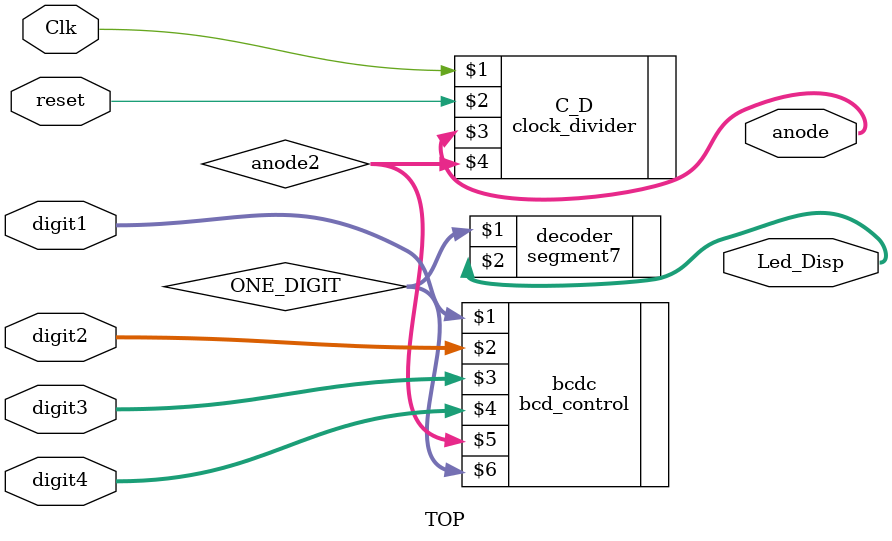
<source format=v>
`include "Decoder.sv"
`include "Clock_Divider"
`include "BCD_Control"
`timescale 1ns/1ps

module TOP(
  input [3:0] digit1,
  input [3:0] digit2,
  input [3:0] digit3,
  input [3:0] digit4,
  input Clk,
  input reset,
  output wire [6:0] Led_Disp,
  output wire [3:0] anode
);
  
  wire [3:0]anode2; 
  wire [3:0] ONE_DIGIT;
  clock_divider C_D(Clk, reset, anode, anode2);
  bcd_control bcdc(digit1, digit2, digit3, digit4, anode2, ONE_DIGIT);
  segment7 decoder(ONE_DIGIT,Led_Disp);
  
  
endmodule
</source>
